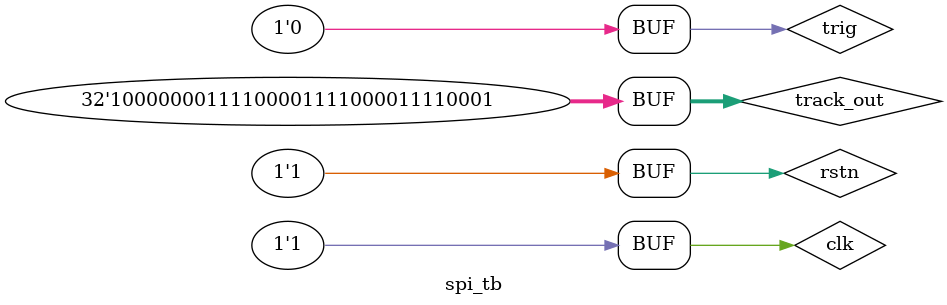
<source format=sv>
/***
  SPI Module: Assumed to be in Phase 0, Polarity 0
  
  @author: Zoe Worrall
        zworrall@g.hmc.edu
  @vrsion: 3/16/2025

*/


module spi
    (
        clk,
        rstn,
        DATA_IN,
        TRIGGER,
        sdo,
        cs,
        sck
     );

    /**
    * Input Logic
    */
    input clk;
    input rstn;
    input [23:0] DATA_IN;
    input TRIGGER;
    output sdo;
    output cs;
    output sck;

    /**
    * Internal Logic
    */
    logic [7:0] counter; // 8 bit counter, 0 to 32
    logic [1:0] counter_div; // 4 bit counter for dividing the clock

    logic divided_clk;

    logic sdo_o;
    logic cs_o;

    always @(posedge clk) begin
        if (~rstn) begin
            counter_div <= 0;
            divided_clk <= 0;
        end else begin
            if (counter_div == 2'b10)  begin divided_clk <= ~divided_clk; counter_div <= 0; end
            else                       begin divided_clk <=  divided_clk; counter_div <= counter_div + 1; end
        end
    end
    

    // POSEDGE CLOCK TEST - Phase = 1, Polarity = 0 and 
    always @(posedge divided_clk) begin
        if (~rstn) begin
            sdo_o <= 0;
            counter <= 0;
            cs_o <= 1;
        end 
        if (TRIGGER & (counter == 0)) begin // start the transmission
            sdo_o <= DATA_IN[23];
            counter <= 23;
            cs_o <= 0;
        end else if (~cs & (counter > 8'h00)) begin // increment the counter, output the data in the designated bit
            sdo_o <= DATA_IN[counter - 8'h01];
            counter <= counter - 1'b1;
            cs_o <= 0;
        end else begin
            sdo_o <= 0; //freeze counter so that it doesn't overflow and restart the sweep
            counter <= 0; 
            cs_o <= 1;
        end
    end

    assign cs = cs_o; // chip select
    assign sdo = sdo_o; // serial data out
    assign sck = ~cs ? divided_clk : 1'b0; // the clock is 0 if not transmitting; if it is, it sends out the clock

endmodule


module spi_tb();

    logic rstn;
    logic clk;

    logic [31:0] track_out;
    logic trig;
    logic sdo;
    logic cs; 
    logic sck;

    logic [31:0] transmitted;

    // test generation of 16 evenly spaced steps
    spi dut ( clk, rstn, track_out, trig, sdo, cs, sck);

    // generate testbench clock
    always begin 
        clk = 0; #5; clk = 1; #5;
    end

    // initialize
    initial begin
        rstn = 0; trig = 0; #20; rstn = 1; #20;

        track_out = 32'h80f0_f0f1; // 1
        trig = 1; #10; trig = 0;
        #100; // wait for the transmission to finish

	end

endmodule

</source>
